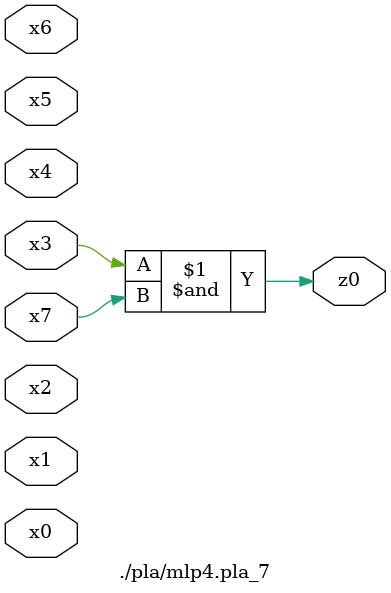
<source format=v>

module \./pla/mlp4.pla_7  ( 
    x0, x1, x2, x3, x4, x5, x6, x7,
    z0  );
  input  x0, x1, x2, x3, x4, x5, x6, x7;
  output z0;
  assign z0 = x3 & x7;
endmodule



</source>
